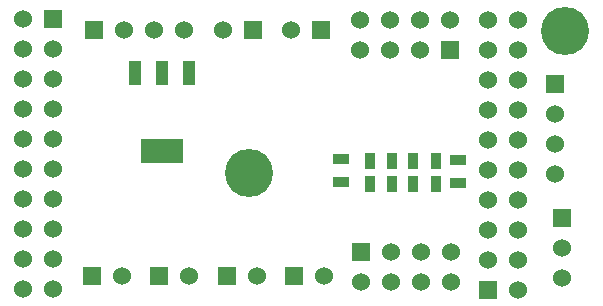
<source format=gbs>
G04 (created by PCBNEW (2013-may-18)-stable) date Сб 29 авг 2015 23:55:16*
%MOIN*%
G04 Gerber Fmt 3.4, Leading zero omitted, Abs format*
%FSLAX34Y34*%
G01*
G70*
G90*
G04 APERTURE LIST*
%ADD10C,0.00590551*%
%ADD11R,0.06X0.06*%
%ADD12C,0.06*%
%ADD13R,0.144X0.08*%
%ADD14R,0.04X0.08*%
%ADD15R,0.035X0.055*%
%ADD16R,0.055X0.035*%
%ADD17C,0.16*%
G04 APERTURE END LIST*
G54D10*
G54D11*
X40759Y-27783D03*
G54D12*
X41759Y-27783D03*
X40759Y-26783D03*
X41759Y-26783D03*
X40759Y-25783D03*
X41759Y-25783D03*
X40759Y-24783D03*
X41759Y-24783D03*
X40759Y-23783D03*
X41759Y-23783D03*
X40759Y-22783D03*
X41759Y-22783D03*
X40759Y-21783D03*
X41759Y-21783D03*
X40759Y-20783D03*
X41759Y-20783D03*
X40759Y-19783D03*
X41759Y-19783D03*
X40759Y-18783D03*
X41759Y-18783D03*
G54D11*
X26287Y-18751D03*
G54D12*
X25287Y-18751D03*
X26287Y-19751D03*
X25287Y-19751D03*
X26287Y-20751D03*
X25287Y-20751D03*
X26287Y-21751D03*
X25287Y-21751D03*
X26287Y-22751D03*
X25287Y-22751D03*
X26287Y-23751D03*
X25287Y-23751D03*
X26287Y-24751D03*
X25287Y-24751D03*
X26287Y-25751D03*
X25287Y-25751D03*
X26287Y-26751D03*
X25287Y-26751D03*
X26287Y-27751D03*
X25287Y-27751D03*
G54D11*
X29814Y-27322D03*
G54D12*
X30814Y-27322D03*
G54D13*
X29921Y-23150D03*
G54D14*
X29921Y-20550D03*
X30821Y-20550D03*
X29021Y-20550D03*
G54D15*
X38286Y-23503D03*
X39036Y-23503D03*
X37579Y-24251D03*
X36829Y-24251D03*
X37579Y-23503D03*
X36829Y-23503D03*
X38286Y-24251D03*
X39036Y-24251D03*
G54D16*
X35885Y-24193D03*
X35885Y-23443D03*
X39783Y-23463D03*
X39783Y-24213D03*
G54D11*
X36531Y-26527D03*
G54D12*
X36531Y-27527D03*
X37531Y-26527D03*
X37531Y-27527D03*
X38531Y-26527D03*
X38531Y-27527D03*
X39531Y-26527D03*
X39531Y-27527D03*
G54D11*
X39511Y-19791D03*
G54D12*
X39511Y-18791D03*
X38511Y-19791D03*
X38511Y-18791D03*
X37511Y-19791D03*
X37511Y-18791D03*
X36511Y-19791D03*
X36511Y-18791D03*
G54D11*
X27633Y-19133D03*
G54D12*
X28633Y-19133D03*
X29633Y-19133D03*
X30633Y-19133D03*
G54D11*
X42992Y-20940D03*
G54D12*
X42992Y-21940D03*
X42992Y-22940D03*
X42992Y-23940D03*
G54D11*
X43228Y-25377D03*
G54D12*
X43228Y-26377D03*
X43228Y-27377D03*
G54D11*
X27570Y-27322D03*
G54D12*
X28570Y-27322D03*
G54D11*
X35224Y-19133D03*
G54D12*
X34224Y-19133D03*
G54D11*
X32940Y-19133D03*
G54D12*
X31940Y-19133D03*
G54D11*
X32059Y-27322D03*
G54D12*
X33059Y-27322D03*
G54D11*
X34303Y-27322D03*
G54D12*
X35303Y-27322D03*
G54D17*
X43346Y-19153D03*
X32795Y-23897D03*
M02*

</source>
